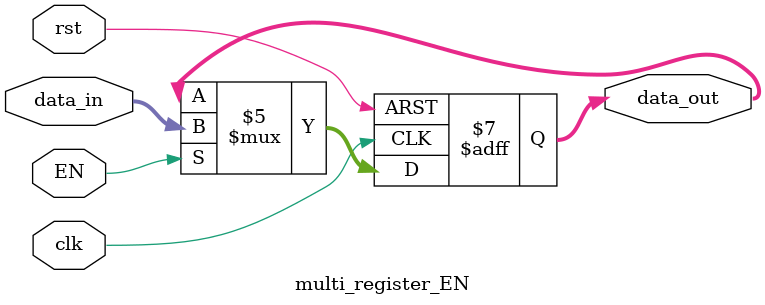
<source format=v>
`timescale 1ns / 1ps

module multi_register_EN(
	EN,		// Ê¹ÄÜÐÅºÅ£¨¸ßÓÐÐ§£©
	clk,		// Ê±ÖÓÐÅºÅ£¨Õý±ßÑØ´¥·¢£©
	rst,		// ¸´Î»ÐÅºÅ£¨¸ßÓÐÐ§£©
	data_in,	// ÊäÈëÊý¾Ý
	data_out	// ¼Ä´æÆ÷Êä³ö
);
	
	parameter N = 32;
	input  wire EN;
	input  wire clk, rst;
	input  wire [N - 1 : 0] data_in;
	output reg [N - 1 : 0] data_out;

	
	initial
		data_out = 0;

	always @(posedge clk or posedge rst)
		if (rst)
			data_out <= 0;
		else if (EN == 1'b1)
			data_out <= data_in;
		else
			data_out <= data_out;


endmodule

</source>
